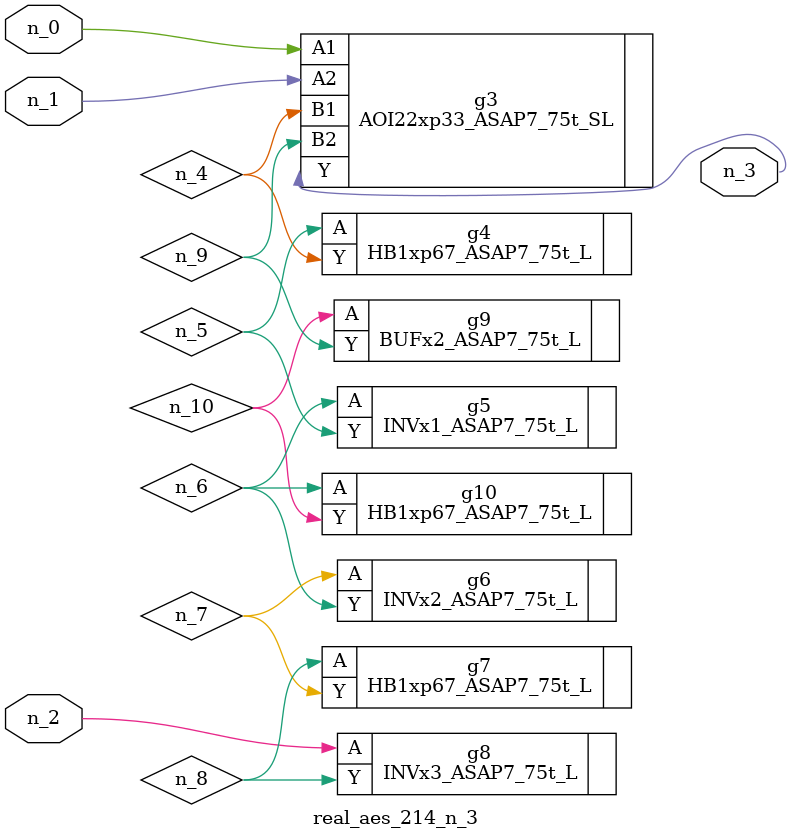
<source format=v>
module real_aes_214_n_3 (n_0, n_2, n_1, n_3);
input n_0;
input n_2;
input n_1;
output n_3;
wire n_4;
wire n_5;
wire n_7;
wire n_9;
wire n_6;
wire n_8;
wire n_10;
AOI22xp33_ASAP7_75t_SL g3 ( .A1(n_0), .A2(n_1), .B1(n_4), .B2(n_9), .Y(n_3) );
INVx3_ASAP7_75t_L g8 ( .A(n_2), .Y(n_8) );
HB1xp67_ASAP7_75t_L g4 ( .A(n_5), .Y(n_4) );
INVx1_ASAP7_75t_L g5 ( .A(n_6), .Y(n_5) );
HB1xp67_ASAP7_75t_L g10 ( .A(n_6), .Y(n_10) );
INVx2_ASAP7_75t_L g6 ( .A(n_7), .Y(n_6) );
HB1xp67_ASAP7_75t_L g7 ( .A(n_8), .Y(n_7) );
BUFx2_ASAP7_75t_L g9 ( .A(n_10), .Y(n_9) );
endmodule
</source>
